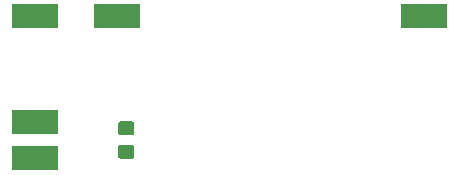
<source format=gtp>
G04 #@! TF.GenerationSoftware,KiCad,Pcbnew,5.1.9+dfsg1-1*
G04 #@! TF.CreationDate,2023-02-08T10:37:42+09:00*
G04 #@! TF.ProjectId,pixel-battery-breakout,70697865-6c2d-4626-9174-746572792d62,rev?*
G04 #@! TF.SameCoordinates,Original*
G04 #@! TF.FileFunction,Paste,Top*
G04 #@! TF.FilePolarity,Positive*
%FSLAX46Y46*%
G04 Gerber Fmt 4.6, Leading zero omitted, Abs format (unit mm)*
G04 Created by KiCad (PCBNEW 5.1.9+dfsg1-1) date 2023-02-08 10:37:42*
%MOMM*%
%LPD*%
G01*
G04 APERTURE LIST*
%ADD10R,4.000000X2.000000*%
G04 APERTURE END LIST*
D10*
X173500000Y-21250000D03*
X147500000Y-21250000D03*
X140500000Y-21250000D03*
G36*
G01*
X148700001Y-33350000D02*
X147799999Y-33350000D01*
G75*
G02*
X147550000Y-33100001I0J249999D01*
G01*
X147550000Y-32399999D01*
G75*
G02*
X147799999Y-32150000I249999J0D01*
G01*
X148700001Y-32150000D01*
G75*
G02*
X148950000Y-32399999I0J-249999D01*
G01*
X148950000Y-33100001D01*
G75*
G02*
X148700001Y-33350000I-249999J0D01*
G01*
G37*
G36*
G01*
X148700001Y-31350000D02*
X147799999Y-31350000D01*
G75*
G02*
X147550000Y-31100001I0J249999D01*
G01*
X147550000Y-30399999D01*
G75*
G02*
X147799999Y-30150000I249999J0D01*
G01*
X148700001Y-30150000D01*
G75*
G02*
X148950000Y-30399999I0J-249999D01*
G01*
X148950000Y-31100001D01*
G75*
G02*
X148700001Y-31350000I-249999J0D01*
G01*
G37*
X140500000Y-30250000D03*
X140500000Y-33250000D03*
M02*

</source>
